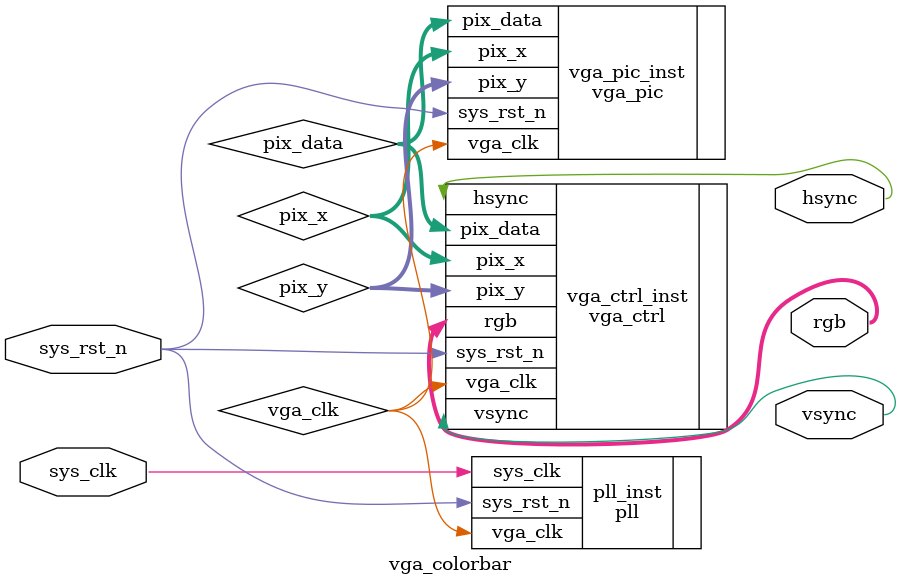
<source format=v>
`timescale 1ns / 1ns
module vga_colorbar(
input wire sys_clk , 
input wire sys_rst_n , 

output wire hsync , 
output wire vsync , 
output wire [15:0] rgb 
);

 
 wire vga_clk ; 
 wire [9:0] pix_x ; 
 wire [9:0] pix_y ; 
 wire [15:0] pix_data;


 

 //------------- clk_gen_inst -------------
 pll pll_inst
 (
 .sys_clk(sys_clk),
 .sys_rst_n(sys_rst_n),

 .vga_clk(vga_clk)
 );


 vga_pic vga_pic_inst
 (
 .vga_clk (vga_clk ), 
 .sys_rst_n (sys_rst_n ), 
 .pix_x (pix_x ), 
 .pix_y (pix_y ), 

 .pix_data (pix_data ) 
 );

 
 vga_ctrl vga_ctrl_inst
 (
 .vga_clk (vga_clk ), 
 .sys_rst_n (sys_rst_n ), 
 .pix_data (pix_data ), 

 .pix_x (pix_x ), 
 .pix_y (pix_y ), 
 .hsync (hsync ), 
 .vsync (vsync ), 
 .rgb (rgb ) 
 );


 endmodule

</source>
